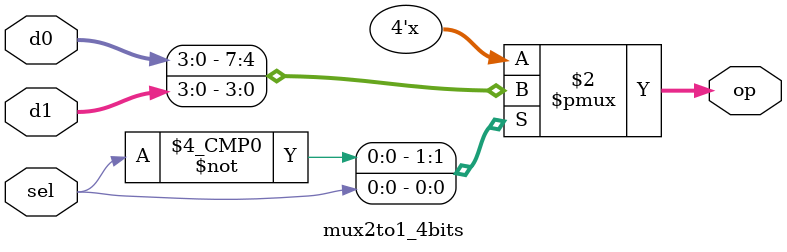
<source format=v>
`timescale 1ns / 1ps

module mux2to1_4bits(
    input wire[3:0]d0,
    input wire[3:0]d1,
    input wire sel,
    output reg [3:0] op
    );
	 
	 always@(d0,d1,sel)
	 begin
		case(sel)
		1'b0 : op <= d0;
		1'b1 : op <= d1;
		endcase
	 end

endmodule

</source>
